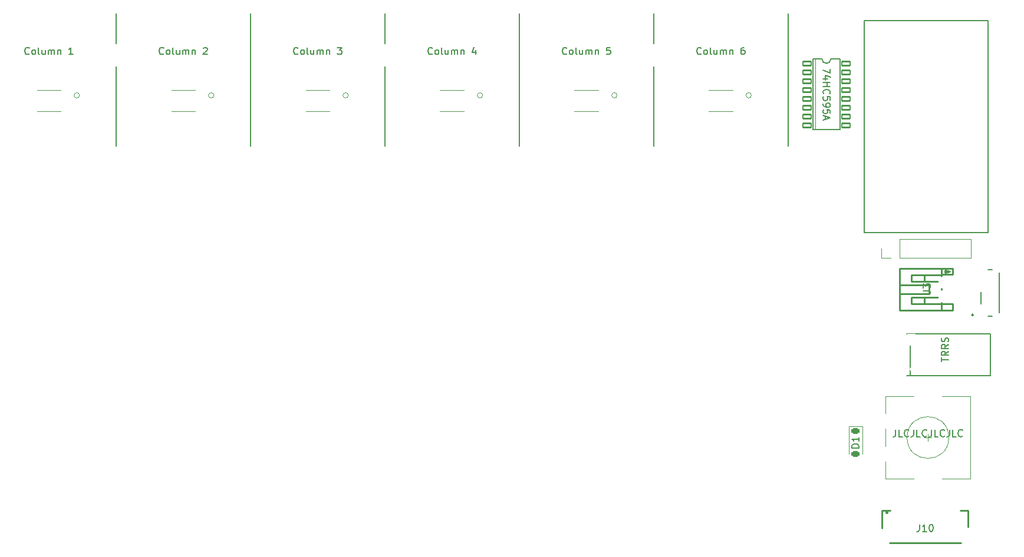
<source format=gto>
G04 #@! TF.GenerationSoftware,KiCad,Pcbnew,7.0.5*
G04 #@! TF.CreationDate,2024-01-21T02:42:58-08:00*
G04 #@! TF.ProjectId,Seismos_5CoreLShift,53656973-6d6f-4735-9f35-436f72654c53,rev?*
G04 #@! TF.SameCoordinates,Original*
G04 #@! TF.FileFunction,Legend,Top*
G04 #@! TF.FilePolarity,Positive*
%FSLAX46Y46*%
G04 Gerber Fmt 4.6, Leading zero omitted, Abs format (unit mm)*
G04 Created by KiCad (PCBNEW 7.0.5) date 2024-01-21 02:42:58*
%MOMM*%
%LPD*%
G01*
G04 APERTURE LIST*
G04 Aperture macros list*
%AMRoundRect*
0 Rectangle with rounded corners*
0 $1 Rounding radius*
0 $2 $3 $4 $5 $6 $7 $8 $9 X,Y pos of 4 corners*
0 Add a 4 corners polygon primitive as box body*
4,1,4,$2,$3,$4,$5,$6,$7,$8,$9,$2,$3,0*
0 Add four circle primitives for the rounded corners*
1,1,$1+$1,$2,$3*
1,1,$1+$1,$4,$5*
1,1,$1+$1,$6,$7*
1,1,$1+$1,$8,$9*
0 Add four rect primitives between the rounded corners*
20,1,$1+$1,$2,$3,$4,$5,0*
20,1,$1+$1,$4,$5,$6,$7,0*
20,1,$1+$1,$6,$7,$8,$9,0*
20,1,$1+$1,$8,$9,$2,$3,0*%
%AMFreePoly0*
4,1,6,0.600000,0.200000,0.000000,-0.400000,-0.600000,0.200000,-0.600000,0.400000,0.600000,0.400000,0.600000,0.200000,0.600000,0.200000,$1*%
%AMFreePoly1*
4,1,6,0.600000,-0.250000,-0.600000,-0.250000,-0.600000,1.000000,0.000000,0.400000,0.600000,1.000000,0.600000,-0.250000,0.600000,-0.250000,$1*%
G04 Aperture macros list end*
%ADD10C,0.150000*%
%ADD11C,0.120000*%
%ADD12C,0.254000*%
%ADD13C,0.127000*%
%ADD14C,0.250000*%
%ADD15C,0.152400*%
%ADD16C,0.050800*%
%ADD17C,1.200000*%
%ADD18O,2.500000X1.700000*%
%ADD19C,0.100000*%
%ADD20C,2.000000*%
%ADD21R,3.200000X2.000000*%
%ADD22R,1.803400X0.812800*%
%ADD23C,3.200000*%
%ADD24R,1.700000X1.700000*%
%ADD25O,1.700000X1.700000*%
%ADD26R,0.600000X1.700000*%
%ADD27R,1.200000X1.800000*%
%ADD28C,0.900000*%
%ADD29R,1.500000X0.700000*%
%ADD30R,0.800000X1.000000*%
%ADD31C,1.400000*%
%ADD32C,1.600000*%
%ADD33FreePoly0,270.000000*%
%ADD34FreePoly0,90.000000*%
%ADD35R,1.600000X1.600000*%
%ADD36FreePoly1,270.000000*%
%ADD37FreePoly1,90.000000*%
%ADD38RoundRect,0.225000X-0.375000X0.225000X-0.375000X-0.225000X0.375000X-0.225000X0.375000X0.225000X0*%
%ADD39RoundRect,0.102000X-0.600000X0.300000X-0.600000X-0.300000X0.600000X-0.300000X0.600000X0.300000X0*%
G04 APERTURE END LIST*
D10*
X87900000Y-20000000D02*
X87900000Y-39000000D01*
X107200000Y-20000000D02*
X107200000Y-39000000D01*
X49300000Y-20000000D02*
X49300000Y-39000000D01*
X126500000Y-20000000D02*
X126500000Y-39000000D01*
X145800000Y-20000000D02*
X145800000Y-39000000D01*
X68600000Y-20000000D02*
X68600000Y-39000000D01*
X161270951Y-79829819D02*
X161270951Y-80544104D01*
X161270951Y-80544104D02*
X161223332Y-80686961D01*
X161223332Y-80686961D02*
X161128094Y-80782200D01*
X161128094Y-80782200D02*
X160985237Y-80829819D01*
X160985237Y-80829819D02*
X160889999Y-80829819D01*
X162223332Y-80829819D02*
X161747142Y-80829819D01*
X161747142Y-80829819D02*
X161747142Y-79829819D01*
X163128094Y-80734580D02*
X163080475Y-80782200D01*
X163080475Y-80782200D02*
X162937618Y-80829819D01*
X162937618Y-80829819D02*
X162842380Y-80829819D01*
X162842380Y-80829819D02*
X162699523Y-80782200D01*
X162699523Y-80782200D02*
X162604285Y-80686961D01*
X162604285Y-80686961D02*
X162556666Y-80591723D01*
X162556666Y-80591723D02*
X162509047Y-80401247D01*
X162509047Y-80401247D02*
X162509047Y-80258390D01*
X162509047Y-80258390D02*
X162556666Y-80067914D01*
X162556666Y-80067914D02*
X162604285Y-79972676D01*
X162604285Y-79972676D02*
X162699523Y-79877438D01*
X162699523Y-79877438D02*
X162842380Y-79829819D01*
X162842380Y-79829819D02*
X162937618Y-79829819D01*
X162937618Y-79829819D02*
X163080475Y-79877438D01*
X163080475Y-79877438D02*
X163128094Y-79925057D01*
X163842380Y-79829819D02*
X163842380Y-80544104D01*
X163842380Y-80544104D02*
X163794761Y-80686961D01*
X163794761Y-80686961D02*
X163699523Y-80782200D01*
X163699523Y-80782200D02*
X163556666Y-80829819D01*
X163556666Y-80829819D02*
X163461428Y-80829819D01*
X164794761Y-80829819D02*
X164318571Y-80829819D01*
X164318571Y-80829819D02*
X164318571Y-79829819D01*
X165699523Y-80734580D02*
X165651904Y-80782200D01*
X165651904Y-80782200D02*
X165509047Y-80829819D01*
X165509047Y-80829819D02*
X165413809Y-80829819D01*
X165413809Y-80829819D02*
X165270952Y-80782200D01*
X165270952Y-80782200D02*
X165175714Y-80686961D01*
X165175714Y-80686961D02*
X165128095Y-80591723D01*
X165128095Y-80591723D02*
X165080476Y-80401247D01*
X165080476Y-80401247D02*
X165080476Y-80258390D01*
X165080476Y-80258390D02*
X165128095Y-80067914D01*
X165128095Y-80067914D02*
X165175714Y-79972676D01*
X165175714Y-79972676D02*
X165270952Y-79877438D01*
X165270952Y-79877438D02*
X165413809Y-79829819D01*
X165413809Y-79829819D02*
X165509047Y-79829819D01*
X165509047Y-79829819D02*
X165651904Y-79877438D01*
X165651904Y-79877438D02*
X165699523Y-79925057D01*
X166413809Y-79829819D02*
X166413809Y-80544104D01*
X166413809Y-80544104D02*
X166366190Y-80686961D01*
X166366190Y-80686961D02*
X166270952Y-80782200D01*
X166270952Y-80782200D02*
X166128095Y-80829819D01*
X166128095Y-80829819D02*
X166032857Y-80829819D01*
X167366190Y-80829819D02*
X166890000Y-80829819D01*
X166890000Y-80829819D02*
X166890000Y-79829819D01*
X168270952Y-80734580D02*
X168223333Y-80782200D01*
X168223333Y-80782200D02*
X168080476Y-80829819D01*
X168080476Y-80829819D02*
X167985238Y-80829819D01*
X167985238Y-80829819D02*
X167842381Y-80782200D01*
X167842381Y-80782200D02*
X167747143Y-80686961D01*
X167747143Y-80686961D02*
X167699524Y-80591723D01*
X167699524Y-80591723D02*
X167651905Y-80401247D01*
X167651905Y-80401247D02*
X167651905Y-80258390D01*
X167651905Y-80258390D02*
X167699524Y-80067914D01*
X167699524Y-80067914D02*
X167747143Y-79972676D01*
X167747143Y-79972676D02*
X167842381Y-79877438D01*
X167842381Y-79877438D02*
X167985238Y-79829819D01*
X167985238Y-79829819D02*
X168080476Y-79829819D01*
X168080476Y-79829819D02*
X168223333Y-79877438D01*
X168223333Y-79877438D02*
X168270952Y-79925057D01*
X168985238Y-79829819D02*
X168985238Y-80544104D01*
X168985238Y-80544104D02*
X168937619Y-80686961D01*
X168937619Y-80686961D02*
X168842381Y-80782200D01*
X168842381Y-80782200D02*
X168699524Y-80829819D01*
X168699524Y-80829819D02*
X168604286Y-80829819D01*
X169937619Y-80829819D02*
X169461429Y-80829819D01*
X169461429Y-80829819D02*
X169461429Y-79829819D01*
X170842381Y-80734580D02*
X170794762Y-80782200D01*
X170794762Y-80782200D02*
X170651905Y-80829819D01*
X170651905Y-80829819D02*
X170556667Y-80829819D01*
X170556667Y-80829819D02*
X170413810Y-80782200D01*
X170413810Y-80782200D02*
X170318572Y-80686961D01*
X170318572Y-80686961D02*
X170270953Y-80591723D01*
X170270953Y-80591723D02*
X170223334Y-80401247D01*
X170223334Y-80401247D02*
X170223334Y-80258390D01*
X170223334Y-80258390D02*
X170270953Y-80067914D01*
X170270953Y-80067914D02*
X170318572Y-79972676D01*
X170318572Y-79972676D02*
X170413810Y-79877438D01*
X170413810Y-79877438D02*
X170556667Y-79829819D01*
X170556667Y-79829819D02*
X170651905Y-79829819D01*
X170651905Y-79829819D02*
X170794762Y-79877438D01*
X170794762Y-79877438D02*
X170842381Y-79925057D01*
X94716666Y-25774580D02*
X94669047Y-25822200D01*
X94669047Y-25822200D02*
X94526190Y-25869819D01*
X94526190Y-25869819D02*
X94430952Y-25869819D01*
X94430952Y-25869819D02*
X94288095Y-25822200D01*
X94288095Y-25822200D02*
X94192857Y-25726961D01*
X94192857Y-25726961D02*
X94145238Y-25631723D01*
X94145238Y-25631723D02*
X94097619Y-25441247D01*
X94097619Y-25441247D02*
X94097619Y-25298390D01*
X94097619Y-25298390D02*
X94145238Y-25107914D01*
X94145238Y-25107914D02*
X94192857Y-25012676D01*
X94192857Y-25012676D02*
X94288095Y-24917438D01*
X94288095Y-24917438D02*
X94430952Y-24869819D01*
X94430952Y-24869819D02*
X94526190Y-24869819D01*
X94526190Y-24869819D02*
X94669047Y-24917438D01*
X94669047Y-24917438D02*
X94716666Y-24965057D01*
X95288095Y-25869819D02*
X95192857Y-25822200D01*
X95192857Y-25822200D02*
X95145238Y-25774580D01*
X95145238Y-25774580D02*
X95097619Y-25679342D01*
X95097619Y-25679342D02*
X95097619Y-25393628D01*
X95097619Y-25393628D02*
X95145238Y-25298390D01*
X95145238Y-25298390D02*
X95192857Y-25250771D01*
X95192857Y-25250771D02*
X95288095Y-25203152D01*
X95288095Y-25203152D02*
X95430952Y-25203152D01*
X95430952Y-25203152D02*
X95526190Y-25250771D01*
X95526190Y-25250771D02*
X95573809Y-25298390D01*
X95573809Y-25298390D02*
X95621428Y-25393628D01*
X95621428Y-25393628D02*
X95621428Y-25679342D01*
X95621428Y-25679342D02*
X95573809Y-25774580D01*
X95573809Y-25774580D02*
X95526190Y-25822200D01*
X95526190Y-25822200D02*
X95430952Y-25869819D01*
X95430952Y-25869819D02*
X95288095Y-25869819D01*
X96192857Y-25869819D02*
X96097619Y-25822200D01*
X96097619Y-25822200D02*
X96050000Y-25726961D01*
X96050000Y-25726961D02*
X96050000Y-24869819D01*
X97002381Y-25203152D02*
X97002381Y-25869819D01*
X96573810Y-25203152D02*
X96573810Y-25726961D01*
X96573810Y-25726961D02*
X96621429Y-25822200D01*
X96621429Y-25822200D02*
X96716667Y-25869819D01*
X96716667Y-25869819D02*
X96859524Y-25869819D01*
X96859524Y-25869819D02*
X96954762Y-25822200D01*
X96954762Y-25822200D02*
X97002381Y-25774580D01*
X97478572Y-25869819D02*
X97478572Y-25203152D01*
X97478572Y-25298390D02*
X97526191Y-25250771D01*
X97526191Y-25250771D02*
X97621429Y-25203152D01*
X97621429Y-25203152D02*
X97764286Y-25203152D01*
X97764286Y-25203152D02*
X97859524Y-25250771D01*
X97859524Y-25250771D02*
X97907143Y-25346009D01*
X97907143Y-25346009D02*
X97907143Y-25869819D01*
X97907143Y-25346009D02*
X97954762Y-25250771D01*
X97954762Y-25250771D02*
X98050000Y-25203152D01*
X98050000Y-25203152D02*
X98192857Y-25203152D01*
X98192857Y-25203152D02*
X98288096Y-25250771D01*
X98288096Y-25250771D02*
X98335715Y-25346009D01*
X98335715Y-25346009D02*
X98335715Y-25869819D01*
X98811905Y-25203152D02*
X98811905Y-25869819D01*
X98811905Y-25298390D02*
X98859524Y-25250771D01*
X98859524Y-25250771D02*
X98954762Y-25203152D01*
X98954762Y-25203152D02*
X99097619Y-25203152D01*
X99097619Y-25203152D02*
X99192857Y-25250771D01*
X99192857Y-25250771D02*
X99240476Y-25346009D01*
X99240476Y-25346009D02*
X99240476Y-25869819D01*
X100907143Y-25203152D02*
X100907143Y-25869819D01*
X100669048Y-24822200D02*
X100430953Y-25536485D01*
X100430953Y-25536485D02*
X101050000Y-25536485D01*
X56116666Y-25774580D02*
X56069047Y-25822200D01*
X56069047Y-25822200D02*
X55926190Y-25869819D01*
X55926190Y-25869819D02*
X55830952Y-25869819D01*
X55830952Y-25869819D02*
X55688095Y-25822200D01*
X55688095Y-25822200D02*
X55592857Y-25726961D01*
X55592857Y-25726961D02*
X55545238Y-25631723D01*
X55545238Y-25631723D02*
X55497619Y-25441247D01*
X55497619Y-25441247D02*
X55497619Y-25298390D01*
X55497619Y-25298390D02*
X55545238Y-25107914D01*
X55545238Y-25107914D02*
X55592857Y-25012676D01*
X55592857Y-25012676D02*
X55688095Y-24917438D01*
X55688095Y-24917438D02*
X55830952Y-24869819D01*
X55830952Y-24869819D02*
X55926190Y-24869819D01*
X55926190Y-24869819D02*
X56069047Y-24917438D01*
X56069047Y-24917438D02*
X56116666Y-24965057D01*
X56688095Y-25869819D02*
X56592857Y-25822200D01*
X56592857Y-25822200D02*
X56545238Y-25774580D01*
X56545238Y-25774580D02*
X56497619Y-25679342D01*
X56497619Y-25679342D02*
X56497619Y-25393628D01*
X56497619Y-25393628D02*
X56545238Y-25298390D01*
X56545238Y-25298390D02*
X56592857Y-25250771D01*
X56592857Y-25250771D02*
X56688095Y-25203152D01*
X56688095Y-25203152D02*
X56830952Y-25203152D01*
X56830952Y-25203152D02*
X56926190Y-25250771D01*
X56926190Y-25250771D02*
X56973809Y-25298390D01*
X56973809Y-25298390D02*
X57021428Y-25393628D01*
X57021428Y-25393628D02*
X57021428Y-25679342D01*
X57021428Y-25679342D02*
X56973809Y-25774580D01*
X56973809Y-25774580D02*
X56926190Y-25822200D01*
X56926190Y-25822200D02*
X56830952Y-25869819D01*
X56830952Y-25869819D02*
X56688095Y-25869819D01*
X57592857Y-25869819D02*
X57497619Y-25822200D01*
X57497619Y-25822200D02*
X57450000Y-25726961D01*
X57450000Y-25726961D02*
X57450000Y-24869819D01*
X58402381Y-25203152D02*
X58402381Y-25869819D01*
X57973810Y-25203152D02*
X57973810Y-25726961D01*
X57973810Y-25726961D02*
X58021429Y-25822200D01*
X58021429Y-25822200D02*
X58116667Y-25869819D01*
X58116667Y-25869819D02*
X58259524Y-25869819D01*
X58259524Y-25869819D02*
X58354762Y-25822200D01*
X58354762Y-25822200D02*
X58402381Y-25774580D01*
X58878572Y-25869819D02*
X58878572Y-25203152D01*
X58878572Y-25298390D02*
X58926191Y-25250771D01*
X58926191Y-25250771D02*
X59021429Y-25203152D01*
X59021429Y-25203152D02*
X59164286Y-25203152D01*
X59164286Y-25203152D02*
X59259524Y-25250771D01*
X59259524Y-25250771D02*
X59307143Y-25346009D01*
X59307143Y-25346009D02*
X59307143Y-25869819D01*
X59307143Y-25346009D02*
X59354762Y-25250771D01*
X59354762Y-25250771D02*
X59450000Y-25203152D01*
X59450000Y-25203152D02*
X59592857Y-25203152D01*
X59592857Y-25203152D02*
X59688096Y-25250771D01*
X59688096Y-25250771D02*
X59735715Y-25346009D01*
X59735715Y-25346009D02*
X59735715Y-25869819D01*
X60211905Y-25203152D02*
X60211905Y-25869819D01*
X60211905Y-25298390D02*
X60259524Y-25250771D01*
X60259524Y-25250771D02*
X60354762Y-25203152D01*
X60354762Y-25203152D02*
X60497619Y-25203152D01*
X60497619Y-25203152D02*
X60592857Y-25250771D01*
X60592857Y-25250771D02*
X60640476Y-25346009D01*
X60640476Y-25346009D02*
X60640476Y-25869819D01*
X61830953Y-24965057D02*
X61878572Y-24917438D01*
X61878572Y-24917438D02*
X61973810Y-24869819D01*
X61973810Y-24869819D02*
X62211905Y-24869819D01*
X62211905Y-24869819D02*
X62307143Y-24917438D01*
X62307143Y-24917438D02*
X62354762Y-24965057D01*
X62354762Y-24965057D02*
X62402381Y-25060295D01*
X62402381Y-25060295D02*
X62402381Y-25155533D01*
X62402381Y-25155533D02*
X62354762Y-25298390D01*
X62354762Y-25298390D02*
X61783334Y-25869819D01*
X61783334Y-25869819D02*
X62402381Y-25869819D01*
X133316666Y-25774580D02*
X133269047Y-25822200D01*
X133269047Y-25822200D02*
X133126190Y-25869819D01*
X133126190Y-25869819D02*
X133030952Y-25869819D01*
X133030952Y-25869819D02*
X132888095Y-25822200D01*
X132888095Y-25822200D02*
X132792857Y-25726961D01*
X132792857Y-25726961D02*
X132745238Y-25631723D01*
X132745238Y-25631723D02*
X132697619Y-25441247D01*
X132697619Y-25441247D02*
X132697619Y-25298390D01*
X132697619Y-25298390D02*
X132745238Y-25107914D01*
X132745238Y-25107914D02*
X132792857Y-25012676D01*
X132792857Y-25012676D02*
X132888095Y-24917438D01*
X132888095Y-24917438D02*
X133030952Y-24869819D01*
X133030952Y-24869819D02*
X133126190Y-24869819D01*
X133126190Y-24869819D02*
X133269047Y-24917438D01*
X133269047Y-24917438D02*
X133316666Y-24965057D01*
X133888095Y-25869819D02*
X133792857Y-25822200D01*
X133792857Y-25822200D02*
X133745238Y-25774580D01*
X133745238Y-25774580D02*
X133697619Y-25679342D01*
X133697619Y-25679342D02*
X133697619Y-25393628D01*
X133697619Y-25393628D02*
X133745238Y-25298390D01*
X133745238Y-25298390D02*
X133792857Y-25250771D01*
X133792857Y-25250771D02*
X133888095Y-25203152D01*
X133888095Y-25203152D02*
X134030952Y-25203152D01*
X134030952Y-25203152D02*
X134126190Y-25250771D01*
X134126190Y-25250771D02*
X134173809Y-25298390D01*
X134173809Y-25298390D02*
X134221428Y-25393628D01*
X134221428Y-25393628D02*
X134221428Y-25679342D01*
X134221428Y-25679342D02*
X134173809Y-25774580D01*
X134173809Y-25774580D02*
X134126190Y-25822200D01*
X134126190Y-25822200D02*
X134030952Y-25869819D01*
X134030952Y-25869819D02*
X133888095Y-25869819D01*
X134792857Y-25869819D02*
X134697619Y-25822200D01*
X134697619Y-25822200D02*
X134650000Y-25726961D01*
X134650000Y-25726961D02*
X134650000Y-24869819D01*
X135602381Y-25203152D02*
X135602381Y-25869819D01*
X135173810Y-25203152D02*
X135173810Y-25726961D01*
X135173810Y-25726961D02*
X135221429Y-25822200D01*
X135221429Y-25822200D02*
X135316667Y-25869819D01*
X135316667Y-25869819D02*
X135459524Y-25869819D01*
X135459524Y-25869819D02*
X135554762Y-25822200D01*
X135554762Y-25822200D02*
X135602381Y-25774580D01*
X136078572Y-25869819D02*
X136078572Y-25203152D01*
X136078572Y-25298390D02*
X136126191Y-25250771D01*
X136126191Y-25250771D02*
X136221429Y-25203152D01*
X136221429Y-25203152D02*
X136364286Y-25203152D01*
X136364286Y-25203152D02*
X136459524Y-25250771D01*
X136459524Y-25250771D02*
X136507143Y-25346009D01*
X136507143Y-25346009D02*
X136507143Y-25869819D01*
X136507143Y-25346009D02*
X136554762Y-25250771D01*
X136554762Y-25250771D02*
X136650000Y-25203152D01*
X136650000Y-25203152D02*
X136792857Y-25203152D01*
X136792857Y-25203152D02*
X136888096Y-25250771D01*
X136888096Y-25250771D02*
X136935715Y-25346009D01*
X136935715Y-25346009D02*
X136935715Y-25869819D01*
X137411905Y-25203152D02*
X137411905Y-25869819D01*
X137411905Y-25298390D02*
X137459524Y-25250771D01*
X137459524Y-25250771D02*
X137554762Y-25203152D01*
X137554762Y-25203152D02*
X137697619Y-25203152D01*
X137697619Y-25203152D02*
X137792857Y-25250771D01*
X137792857Y-25250771D02*
X137840476Y-25346009D01*
X137840476Y-25346009D02*
X137840476Y-25869819D01*
X139507143Y-24869819D02*
X139316667Y-24869819D01*
X139316667Y-24869819D02*
X139221429Y-24917438D01*
X139221429Y-24917438D02*
X139173810Y-24965057D01*
X139173810Y-24965057D02*
X139078572Y-25107914D01*
X139078572Y-25107914D02*
X139030953Y-25298390D01*
X139030953Y-25298390D02*
X139030953Y-25679342D01*
X139030953Y-25679342D02*
X139078572Y-25774580D01*
X139078572Y-25774580D02*
X139126191Y-25822200D01*
X139126191Y-25822200D02*
X139221429Y-25869819D01*
X139221429Y-25869819D02*
X139411905Y-25869819D01*
X139411905Y-25869819D02*
X139507143Y-25822200D01*
X139507143Y-25822200D02*
X139554762Y-25774580D01*
X139554762Y-25774580D02*
X139602381Y-25679342D01*
X139602381Y-25679342D02*
X139602381Y-25441247D01*
X139602381Y-25441247D02*
X139554762Y-25346009D01*
X139554762Y-25346009D02*
X139507143Y-25298390D01*
X139507143Y-25298390D02*
X139411905Y-25250771D01*
X139411905Y-25250771D02*
X139221429Y-25250771D01*
X139221429Y-25250771D02*
X139126191Y-25298390D01*
X139126191Y-25298390D02*
X139078572Y-25346009D01*
X139078572Y-25346009D02*
X139030953Y-25441247D01*
X75416666Y-25774580D02*
X75369047Y-25822200D01*
X75369047Y-25822200D02*
X75226190Y-25869819D01*
X75226190Y-25869819D02*
X75130952Y-25869819D01*
X75130952Y-25869819D02*
X74988095Y-25822200D01*
X74988095Y-25822200D02*
X74892857Y-25726961D01*
X74892857Y-25726961D02*
X74845238Y-25631723D01*
X74845238Y-25631723D02*
X74797619Y-25441247D01*
X74797619Y-25441247D02*
X74797619Y-25298390D01*
X74797619Y-25298390D02*
X74845238Y-25107914D01*
X74845238Y-25107914D02*
X74892857Y-25012676D01*
X74892857Y-25012676D02*
X74988095Y-24917438D01*
X74988095Y-24917438D02*
X75130952Y-24869819D01*
X75130952Y-24869819D02*
X75226190Y-24869819D01*
X75226190Y-24869819D02*
X75369047Y-24917438D01*
X75369047Y-24917438D02*
X75416666Y-24965057D01*
X75988095Y-25869819D02*
X75892857Y-25822200D01*
X75892857Y-25822200D02*
X75845238Y-25774580D01*
X75845238Y-25774580D02*
X75797619Y-25679342D01*
X75797619Y-25679342D02*
X75797619Y-25393628D01*
X75797619Y-25393628D02*
X75845238Y-25298390D01*
X75845238Y-25298390D02*
X75892857Y-25250771D01*
X75892857Y-25250771D02*
X75988095Y-25203152D01*
X75988095Y-25203152D02*
X76130952Y-25203152D01*
X76130952Y-25203152D02*
X76226190Y-25250771D01*
X76226190Y-25250771D02*
X76273809Y-25298390D01*
X76273809Y-25298390D02*
X76321428Y-25393628D01*
X76321428Y-25393628D02*
X76321428Y-25679342D01*
X76321428Y-25679342D02*
X76273809Y-25774580D01*
X76273809Y-25774580D02*
X76226190Y-25822200D01*
X76226190Y-25822200D02*
X76130952Y-25869819D01*
X76130952Y-25869819D02*
X75988095Y-25869819D01*
X76892857Y-25869819D02*
X76797619Y-25822200D01*
X76797619Y-25822200D02*
X76750000Y-25726961D01*
X76750000Y-25726961D02*
X76750000Y-24869819D01*
X77702381Y-25203152D02*
X77702381Y-25869819D01*
X77273810Y-25203152D02*
X77273810Y-25726961D01*
X77273810Y-25726961D02*
X77321429Y-25822200D01*
X77321429Y-25822200D02*
X77416667Y-25869819D01*
X77416667Y-25869819D02*
X77559524Y-25869819D01*
X77559524Y-25869819D02*
X77654762Y-25822200D01*
X77654762Y-25822200D02*
X77702381Y-25774580D01*
X78178572Y-25869819D02*
X78178572Y-25203152D01*
X78178572Y-25298390D02*
X78226191Y-25250771D01*
X78226191Y-25250771D02*
X78321429Y-25203152D01*
X78321429Y-25203152D02*
X78464286Y-25203152D01*
X78464286Y-25203152D02*
X78559524Y-25250771D01*
X78559524Y-25250771D02*
X78607143Y-25346009D01*
X78607143Y-25346009D02*
X78607143Y-25869819D01*
X78607143Y-25346009D02*
X78654762Y-25250771D01*
X78654762Y-25250771D02*
X78750000Y-25203152D01*
X78750000Y-25203152D02*
X78892857Y-25203152D01*
X78892857Y-25203152D02*
X78988096Y-25250771D01*
X78988096Y-25250771D02*
X79035715Y-25346009D01*
X79035715Y-25346009D02*
X79035715Y-25869819D01*
X79511905Y-25203152D02*
X79511905Y-25869819D01*
X79511905Y-25298390D02*
X79559524Y-25250771D01*
X79559524Y-25250771D02*
X79654762Y-25203152D01*
X79654762Y-25203152D02*
X79797619Y-25203152D01*
X79797619Y-25203152D02*
X79892857Y-25250771D01*
X79892857Y-25250771D02*
X79940476Y-25346009D01*
X79940476Y-25346009D02*
X79940476Y-25869819D01*
X81083334Y-24869819D02*
X81702381Y-24869819D01*
X81702381Y-24869819D02*
X81369048Y-25250771D01*
X81369048Y-25250771D02*
X81511905Y-25250771D01*
X81511905Y-25250771D02*
X81607143Y-25298390D01*
X81607143Y-25298390D02*
X81654762Y-25346009D01*
X81654762Y-25346009D02*
X81702381Y-25441247D01*
X81702381Y-25441247D02*
X81702381Y-25679342D01*
X81702381Y-25679342D02*
X81654762Y-25774580D01*
X81654762Y-25774580D02*
X81607143Y-25822200D01*
X81607143Y-25822200D02*
X81511905Y-25869819D01*
X81511905Y-25869819D02*
X81226191Y-25869819D01*
X81226191Y-25869819D02*
X81130953Y-25822200D01*
X81130953Y-25822200D02*
X81083334Y-25774580D01*
X36816666Y-25774580D02*
X36769047Y-25822200D01*
X36769047Y-25822200D02*
X36626190Y-25869819D01*
X36626190Y-25869819D02*
X36530952Y-25869819D01*
X36530952Y-25869819D02*
X36388095Y-25822200D01*
X36388095Y-25822200D02*
X36292857Y-25726961D01*
X36292857Y-25726961D02*
X36245238Y-25631723D01*
X36245238Y-25631723D02*
X36197619Y-25441247D01*
X36197619Y-25441247D02*
X36197619Y-25298390D01*
X36197619Y-25298390D02*
X36245238Y-25107914D01*
X36245238Y-25107914D02*
X36292857Y-25012676D01*
X36292857Y-25012676D02*
X36388095Y-24917438D01*
X36388095Y-24917438D02*
X36530952Y-24869819D01*
X36530952Y-24869819D02*
X36626190Y-24869819D01*
X36626190Y-24869819D02*
X36769047Y-24917438D01*
X36769047Y-24917438D02*
X36816666Y-24965057D01*
X37388095Y-25869819D02*
X37292857Y-25822200D01*
X37292857Y-25822200D02*
X37245238Y-25774580D01*
X37245238Y-25774580D02*
X37197619Y-25679342D01*
X37197619Y-25679342D02*
X37197619Y-25393628D01*
X37197619Y-25393628D02*
X37245238Y-25298390D01*
X37245238Y-25298390D02*
X37292857Y-25250771D01*
X37292857Y-25250771D02*
X37388095Y-25203152D01*
X37388095Y-25203152D02*
X37530952Y-25203152D01*
X37530952Y-25203152D02*
X37626190Y-25250771D01*
X37626190Y-25250771D02*
X37673809Y-25298390D01*
X37673809Y-25298390D02*
X37721428Y-25393628D01*
X37721428Y-25393628D02*
X37721428Y-25679342D01*
X37721428Y-25679342D02*
X37673809Y-25774580D01*
X37673809Y-25774580D02*
X37626190Y-25822200D01*
X37626190Y-25822200D02*
X37530952Y-25869819D01*
X37530952Y-25869819D02*
X37388095Y-25869819D01*
X38292857Y-25869819D02*
X38197619Y-25822200D01*
X38197619Y-25822200D02*
X38150000Y-25726961D01*
X38150000Y-25726961D02*
X38150000Y-24869819D01*
X39102381Y-25203152D02*
X39102381Y-25869819D01*
X38673810Y-25203152D02*
X38673810Y-25726961D01*
X38673810Y-25726961D02*
X38721429Y-25822200D01*
X38721429Y-25822200D02*
X38816667Y-25869819D01*
X38816667Y-25869819D02*
X38959524Y-25869819D01*
X38959524Y-25869819D02*
X39054762Y-25822200D01*
X39054762Y-25822200D02*
X39102381Y-25774580D01*
X39578572Y-25869819D02*
X39578572Y-25203152D01*
X39578572Y-25298390D02*
X39626191Y-25250771D01*
X39626191Y-25250771D02*
X39721429Y-25203152D01*
X39721429Y-25203152D02*
X39864286Y-25203152D01*
X39864286Y-25203152D02*
X39959524Y-25250771D01*
X39959524Y-25250771D02*
X40007143Y-25346009D01*
X40007143Y-25346009D02*
X40007143Y-25869819D01*
X40007143Y-25346009D02*
X40054762Y-25250771D01*
X40054762Y-25250771D02*
X40150000Y-25203152D01*
X40150000Y-25203152D02*
X40292857Y-25203152D01*
X40292857Y-25203152D02*
X40388096Y-25250771D01*
X40388096Y-25250771D02*
X40435715Y-25346009D01*
X40435715Y-25346009D02*
X40435715Y-25869819D01*
X40911905Y-25203152D02*
X40911905Y-25869819D01*
X40911905Y-25298390D02*
X40959524Y-25250771D01*
X40959524Y-25250771D02*
X41054762Y-25203152D01*
X41054762Y-25203152D02*
X41197619Y-25203152D01*
X41197619Y-25203152D02*
X41292857Y-25250771D01*
X41292857Y-25250771D02*
X41340476Y-25346009D01*
X41340476Y-25346009D02*
X41340476Y-25869819D01*
X43102381Y-25869819D02*
X42530953Y-25869819D01*
X42816667Y-25869819D02*
X42816667Y-24869819D01*
X42816667Y-24869819D02*
X42721429Y-25012676D01*
X42721429Y-25012676D02*
X42626191Y-25107914D01*
X42626191Y-25107914D02*
X42530953Y-25155533D01*
X114016666Y-25774580D02*
X113969047Y-25822200D01*
X113969047Y-25822200D02*
X113826190Y-25869819D01*
X113826190Y-25869819D02*
X113730952Y-25869819D01*
X113730952Y-25869819D02*
X113588095Y-25822200D01*
X113588095Y-25822200D02*
X113492857Y-25726961D01*
X113492857Y-25726961D02*
X113445238Y-25631723D01*
X113445238Y-25631723D02*
X113397619Y-25441247D01*
X113397619Y-25441247D02*
X113397619Y-25298390D01*
X113397619Y-25298390D02*
X113445238Y-25107914D01*
X113445238Y-25107914D02*
X113492857Y-25012676D01*
X113492857Y-25012676D02*
X113588095Y-24917438D01*
X113588095Y-24917438D02*
X113730952Y-24869819D01*
X113730952Y-24869819D02*
X113826190Y-24869819D01*
X113826190Y-24869819D02*
X113969047Y-24917438D01*
X113969047Y-24917438D02*
X114016666Y-24965057D01*
X114588095Y-25869819D02*
X114492857Y-25822200D01*
X114492857Y-25822200D02*
X114445238Y-25774580D01*
X114445238Y-25774580D02*
X114397619Y-25679342D01*
X114397619Y-25679342D02*
X114397619Y-25393628D01*
X114397619Y-25393628D02*
X114445238Y-25298390D01*
X114445238Y-25298390D02*
X114492857Y-25250771D01*
X114492857Y-25250771D02*
X114588095Y-25203152D01*
X114588095Y-25203152D02*
X114730952Y-25203152D01*
X114730952Y-25203152D02*
X114826190Y-25250771D01*
X114826190Y-25250771D02*
X114873809Y-25298390D01*
X114873809Y-25298390D02*
X114921428Y-25393628D01*
X114921428Y-25393628D02*
X114921428Y-25679342D01*
X114921428Y-25679342D02*
X114873809Y-25774580D01*
X114873809Y-25774580D02*
X114826190Y-25822200D01*
X114826190Y-25822200D02*
X114730952Y-25869819D01*
X114730952Y-25869819D02*
X114588095Y-25869819D01*
X115492857Y-25869819D02*
X115397619Y-25822200D01*
X115397619Y-25822200D02*
X115350000Y-25726961D01*
X115350000Y-25726961D02*
X115350000Y-24869819D01*
X116302381Y-25203152D02*
X116302381Y-25869819D01*
X115873810Y-25203152D02*
X115873810Y-25726961D01*
X115873810Y-25726961D02*
X115921429Y-25822200D01*
X115921429Y-25822200D02*
X116016667Y-25869819D01*
X116016667Y-25869819D02*
X116159524Y-25869819D01*
X116159524Y-25869819D02*
X116254762Y-25822200D01*
X116254762Y-25822200D02*
X116302381Y-25774580D01*
X116778572Y-25869819D02*
X116778572Y-25203152D01*
X116778572Y-25298390D02*
X116826191Y-25250771D01*
X116826191Y-25250771D02*
X116921429Y-25203152D01*
X116921429Y-25203152D02*
X117064286Y-25203152D01*
X117064286Y-25203152D02*
X117159524Y-25250771D01*
X117159524Y-25250771D02*
X117207143Y-25346009D01*
X117207143Y-25346009D02*
X117207143Y-25869819D01*
X117207143Y-25346009D02*
X117254762Y-25250771D01*
X117254762Y-25250771D02*
X117350000Y-25203152D01*
X117350000Y-25203152D02*
X117492857Y-25203152D01*
X117492857Y-25203152D02*
X117588096Y-25250771D01*
X117588096Y-25250771D02*
X117635715Y-25346009D01*
X117635715Y-25346009D02*
X117635715Y-25869819D01*
X118111905Y-25203152D02*
X118111905Y-25869819D01*
X118111905Y-25298390D02*
X118159524Y-25250771D01*
X118159524Y-25250771D02*
X118254762Y-25203152D01*
X118254762Y-25203152D02*
X118397619Y-25203152D01*
X118397619Y-25203152D02*
X118492857Y-25250771D01*
X118492857Y-25250771D02*
X118540476Y-25346009D01*
X118540476Y-25346009D02*
X118540476Y-25869819D01*
X120254762Y-24869819D02*
X119778572Y-24869819D01*
X119778572Y-24869819D02*
X119730953Y-25346009D01*
X119730953Y-25346009D02*
X119778572Y-25298390D01*
X119778572Y-25298390D02*
X119873810Y-25250771D01*
X119873810Y-25250771D02*
X120111905Y-25250771D01*
X120111905Y-25250771D02*
X120207143Y-25298390D01*
X120207143Y-25298390D02*
X120254762Y-25346009D01*
X120254762Y-25346009D02*
X120302381Y-25441247D01*
X120302381Y-25441247D02*
X120302381Y-25679342D01*
X120302381Y-25679342D02*
X120254762Y-25774580D01*
X120254762Y-25774580D02*
X120207143Y-25822200D01*
X120207143Y-25822200D02*
X120111905Y-25869819D01*
X120111905Y-25869819D02*
X119873810Y-25869819D01*
X119873810Y-25869819D02*
X119778572Y-25822200D01*
X119778572Y-25822200D02*
X119730953Y-25774580D01*
X167834819Y-70036904D02*
X167834819Y-69465476D01*
X168834819Y-69751190D02*
X167834819Y-69751190D01*
X168834819Y-68560714D02*
X168358628Y-68894047D01*
X168834819Y-69132142D02*
X167834819Y-69132142D01*
X167834819Y-69132142D02*
X167834819Y-68751190D01*
X167834819Y-68751190D02*
X167882438Y-68655952D01*
X167882438Y-68655952D02*
X167930057Y-68608333D01*
X167930057Y-68608333D02*
X168025295Y-68560714D01*
X168025295Y-68560714D02*
X168168152Y-68560714D01*
X168168152Y-68560714D02*
X168263390Y-68608333D01*
X168263390Y-68608333D02*
X168311009Y-68655952D01*
X168311009Y-68655952D02*
X168358628Y-68751190D01*
X168358628Y-68751190D02*
X168358628Y-69132142D01*
X168834819Y-67560714D02*
X168358628Y-67894047D01*
X168834819Y-68132142D02*
X167834819Y-68132142D01*
X167834819Y-68132142D02*
X167834819Y-67751190D01*
X167834819Y-67751190D02*
X167882438Y-67655952D01*
X167882438Y-67655952D02*
X167930057Y-67608333D01*
X167930057Y-67608333D02*
X168025295Y-67560714D01*
X168025295Y-67560714D02*
X168168152Y-67560714D01*
X168168152Y-67560714D02*
X168263390Y-67608333D01*
X168263390Y-67608333D02*
X168311009Y-67655952D01*
X168311009Y-67655952D02*
X168358628Y-67751190D01*
X168358628Y-67751190D02*
X168358628Y-68132142D01*
X168787200Y-67179761D02*
X168834819Y-67036904D01*
X168834819Y-67036904D02*
X168834819Y-66798809D01*
X168834819Y-66798809D02*
X168787200Y-66703571D01*
X168787200Y-66703571D02*
X168739580Y-66655952D01*
X168739580Y-66655952D02*
X168644342Y-66608333D01*
X168644342Y-66608333D02*
X168549104Y-66608333D01*
X168549104Y-66608333D02*
X168453866Y-66655952D01*
X168453866Y-66655952D02*
X168406247Y-66703571D01*
X168406247Y-66703571D02*
X168358628Y-66798809D01*
X168358628Y-66798809D02*
X168311009Y-66989285D01*
X168311009Y-66989285D02*
X168263390Y-67084523D01*
X168263390Y-67084523D02*
X168215771Y-67132142D01*
X168215771Y-67132142D02*
X168120533Y-67179761D01*
X168120533Y-67179761D02*
X168025295Y-67179761D01*
X168025295Y-67179761D02*
X167930057Y-67132142D01*
X167930057Y-67132142D02*
X167882438Y-67084523D01*
X167882438Y-67084523D02*
X167834819Y-66989285D01*
X167834819Y-66989285D02*
X167834819Y-66751190D01*
X167834819Y-66751190D02*
X167882438Y-66608333D01*
X167834819Y-70036904D02*
X167834819Y-69465476D01*
X168834819Y-69751190D02*
X167834819Y-69751190D01*
X168834819Y-68560714D02*
X168358628Y-68894047D01*
X168834819Y-69132142D02*
X167834819Y-69132142D01*
X167834819Y-69132142D02*
X167834819Y-68751190D01*
X167834819Y-68751190D02*
X167882438Y-68655952D01*
X167882438Y-68655952D02*
X167930057Y-68608333D01*
X167930057Y-68608333D02*
X168025295Y-68560714D01*
X168025295Y-68560714D02*
X168168152Y-68560714D01*
X168168152Y-68560714D02*
X168263390Y-68608333D01*
X168263390Y-68608333D02*
X168311009Y-68655952D01*
X168311009Y-68655952D02*
X168358628Y-68751190D01*
X168358628Y-68751190D02*
X168358628Y-69132142D01*
X168834819Y-67560714D02*
X168358628Y-67894047D01*
X168834819Y-68132142D02*
X167834819Y-68132142D01*
X167834819Y-68132142D02*
X167834819Y-67751190D01*
X167834819Y-67751190D02*
X167882438Y-67655952D01*
X167882438Y-67655952D02*
X167930057Y-67608333D01*
X167930057Y-67608333D02*
X168025295Y-67560714D01*
X168025295Y-67560714D02*
X168168152Y-67560714D01*
X168168152Y-67560714D02*
X168263390Y-67608333D01*
X168263390Y-67608333D02*
X168311009Y-67655952D01*
X168311009Y-67655952D02*
X168358628Y-67751190D01*
X168358628Y-67751190D02*
X168358628Y-68132142D01*
X168787200Y-67179761D02*
X168834819Y-67036904D01*
X168834819Y-67036904D02*
X168834819Y-66798809D01*
X168834819Y-66798809D02*
X168787200Y-66703571D01*
X168787200Y-66703571D02*
X168739580Y-66655952D01*
X168739580Y-66655952D02*
X168644342Y-66608333D01*
X168644342Y-66608333D02*
X168549104Y-66608333D01*
X168549104Y-66608333D02*
X168453866Y-66655952D01*
X168453866Y-66655952D02*
X168406247Y-66703571D01*
X168406247Y-66703571D02*
X168358628Y-66798809D01*
X168358628Y-66798809D02*
X168311009Y-66989285D01*
X168311009Y-66989285D02*
X168263390Y-67084523D01*
X168263390Y-67084523D02*
X168215771Y-67132142D01*
X168215771Y-67132142D02*
X168120533Y-67179761D01*
X168120533Y-67179761D02*
X168025295Y-67179761D01*
X168025295Y-67179761D02*
X167930057Y-67132142D01*
X167930057Y-67132142D02*
X167882438Y-67084523D01*
X167882438Y-67084523D02*
X167834819Y-66989285D01*
X167834819Y-66989285D02*
X167834819Y-66751190D01*
X167834819Y-66751190D02*
X167882438Y-66608333D01*
X164690476Y-93454819D02*
X164690476Y-94169104D01*
X164690476Y-94169104D02*
X164642857Y-94311961D01*
X164642857Y-94311961D02*
X164547619Y-94407200D01*
X164547619Y-94407200D02*
X164404762Y-94454819D01*
X164404762Y-94454819D02*
X164309524Y-94454819D01*
X165690476Y-94454819D02*
X165119048Y-94454819D01*
X165404762Y-94454819D02*
X165404762Y-93454819D01*
X165404762Y-93454819D02*
X165309524Y-93597676D01*
X165309524Y-93597676D02*
X165214286Y-93692914D01*
X165214286Y-93692914D02*
X165119048Y-93740533D01*
X166309524Y-93454819D02*
X166404762Y-93454819D01*
X166404762Y-93454819D02*
X166500000Y-93502438D01*
X166500000Y-93502438D02*
X166547619Y-93550057D01*
X166547619Y-93550057D02*
X166595238Y-93645295D01*
X166595238Y-93645295D02*
X166642857Y-93835771D01*
X166642857Y-93835771D02*
X166642857Y-94073866D01*
X166642857Y-94073866D02*
X166595238Y-94264342D01*
X166595238Y-94264342D02*
X166547619Y-94359580D01*
X166547619Y-94359580D02*
X166500000Y-94407200D01*
X166500000Y-94407200D02*
X166404762Y-94454819D01*
X166404762Y-94454819D02*
X166309524Y-94454819D01*
X166309524Y-94454819D02*
X166214286Y-94407200D01*
X166214286Y-94407200D02*
X166166667Y-94359580D01*
X166166667Y-94359580D02*
X166119048Y-94264342D01*
X166119048Y-94264342D02*
X166071429Y-94073866D01*
X166071429Y-94073866D02*
X166071429Y-93835771D01*
X166071429Y-93835771D02*
X166119048Y-93645295D01*
X166119048Y-93645295D02*
X166166667Y-93550057D01*
X166166667Y-93550057D02*
X166214286Y-93502438D01*
X166214286Y-93502438D02*
X166309524Y-93454819D01*
X165204819Y-60411904D02*
X166014342Y-60411904D01*
X166014342Y-60411904D02*
X166109580Y-60364285D01*
X166109580Y-60364285D02*
X166157200Y-60316666D01*
X166157200Y-60316666D02*
X166204819Y-60221428D01*
X166204819Y-60221428D02*
X166204819Y-60030952D01*
X166204819Y-60030952D02*
X166157200Y-59935714D01*
X166157200Y-59935714D02*
X166109580Y-59888095D01*
X166109580Y-59888095D02*
X166014342Y-59840476D01*
X166014342Y-59840476D02*
X165204819Y-59840476D01*
X165204819Y-59459523D02*
X165204819Y-58840476D01*
X165204819Y-58840476D02*
X165585771Y-59173809D01*
X165585771Y-59173809D02*
X165585771Y-59030952D01*
X165585771Y-59030952D02*
X165633390Y-58935714D01*
X165633390Y-58935714D02*
X165681009Y-58888095D01*
X165681009Y-58888095D02*
X165776247Y-58840476D01*
X165776247Y-58840476D02*
X166014342Y-58840476D01*
X166014342Y-58840476D02*
X166109580Y-58888095D01*
X166109580Y-58888095D02*
X166157200Y-58935714D01*
X166157200Y-58935714D02*
X166204819Y-59030952D01*
X166204819Y-59030952D02*
X166204819Y-59316666D01*
X166204819Y-59316666D02*
X166157200Y-59411904D01*
X166157200Y-59411904D02*
X166109580Y-59459523D01*
X155954819Y-82438094D02*
X154954819Y-82438094D01*
X154954819Y-82438094D02*
X154954819Y-82199999D01*
X154954819Y-82199999D02*
X155002438Y-82057142D01*
X155002438Y-82057142D02*
X155097676Y-81961904D01*
X155097676Y-81961904D02*
X155192914Y-81914285D01*
X155192914Y-81914285D02*
X155383390Y-81866666D01*
X155383390Y-81866666D02*
X155526247Y-81866666D01*
X155526247Y-81866666D02*
X155716723Y-81914285D01*
X155716723Y-81914285D02*
X155811961Y-81961904D01*
X155811961Y-81961904D02*
X155907200Y-82057142D01*
X155907200Y-82057142D02*
X155954819Y-82199999D01*
X155954819Y-82199999D02*
X155954819Y-82438094D01*
X155954819Y-80914285D02*
X155954819Y-81485713D01*
X155954819Y-81199999D02*
X154954819Y-81199999D01*
X154954819Y-81199999D02*
X155097676Y-81295237D01*
X155097676Y-81295237D02*
X155192914Y-81390475D01*
X155192914Y-81390475D02*
X155240533Y-81485713D01*
X151845180Y-27909524D02*
X151845180Y-28576190D01*
X151845180Y-28576190D02*
X150845180Y-28147619D01*
X151511847Y-29385714D02*
X150845180Y-29385714D01*
X151892800Y-29147619D02*
X151178514Y-28909524D01*
X151178514Y-28909524D02*
X151178514Y-29528571D01*
X150845180Y-29909524D02*
X151845180Y-29909524D01*
X151368990Y-29909524D02*
X151368990Y-30480952D01*
X150845180Y-30480952D02*
X151845180Y-30480952D01*
X150940419Y-31528571D02*
X150892800Y-31480952D01*
X150892800Y-31480952D02*
X150845180Y-31338095D01*
X150845180Y-31338095D02*
X150845180Y-31242857D01*
X150845180Y-31242857D02*
X150892800Y-31100000D01*
X150892800Y-31100000D02*
X150988038Y-31004762D01*
X150988038Y-31004762D02*
X151083276Y-30957143D01*
X151083276Y-30957143D02*
X151273752Y-30909524D01*
X151273752Y-30909524D02*
X151416609Y-30909524D01*
X151416609Y-30909524D02*
X151607085Y-30957143D01*
X151607085Y-30957143D02*
X151702323Y-31004762D01*
X151702323Y-31004762D02*
X151797561Y-31100000D01*
X151797561Y-31100000D02*
X151845180Y-31242857D01*
X151845180Y-31242857D02*
X151845180Y-31338095D01*
X151845180Y-31338095D02*
X151797561Y-31480952D01*
X151797561Y-31480952D02*
X151749942Y-31528571D01*
X151845180Y-32433333D02*
X151845180Y-31957143D01*
X151845180Y-31957143D02*
X151368990Y-31909524D01*
X151368990Y-31909524D02*
X151416609Y-31957143D01*
X151416609Y-31957143D02*
X151464228Y-32052381D01*
X151464228Y-32052381D02*
X151464228Y-32290476D01*
X151464228Y-32290476D02*
X151416609Y-32385714D01*
X151416609Y-32385714D02*
X151368990Y-32433333D01*
X151368990Y-32433333D02*
X151273752Y-32480952D01*
X151273752Y-32480952D02*
X151035657Y-32480952D01*
X151035657Y-32480952D02*
X150940419Y-32433333D01*
X150940419Y-32433333D02*
X150892800Y-32385714D01*
X150892800Y-32385714D02*
X150845180Y-32290476D01*
X150845180Y-32290476D02*
X150845180Y-32052381D01*
X150845180Y-32052381D02*
X150892800Y-31957143D01*
X150892800Y-31957143D02*
X150940419Y-31909524D01*
X150845180Y-32957143D02*
X150845180Y-33147619D01*
X150845180Y-33147619D02*
X150892800Y-33242857D01*
X150892800Y-33242857D02*
X150940419Y-33290476D01*
X150940419Y-33290476D02*
X151083276Y-33385714D01*
X151083276Y-33385714D02*
X151273752Y-33433333D01*
X151273752Y-33433333D02*
X151654704Y-33433333D01*
X151654704Y-33433333D02*
X151749942Y-33385714D01*
X151749942Y-33385714D02*
X151797561Y-33338095D01*
X151797561Y-33338095D02*
X151845180Y-33242857D01*
X151845180Y-33242857D02*
X151845180Y-33052381D01*
X151845180Y-33052381D02*
X151797561Y-32957143D01*
X151797561Y-32957143D02*
X151749942Y-32909524D01*
X151749942Y-32909524D02*
X151654704Y-32861905D01*
X151654704Y-32861905D02*
X151416609Y-32861905D01*
X151416609Y-32861905D02*
X151321371Y-32909524D01*
X151321371Y-32909524D02*
X151273752Y-32957143D01*
X151273752Y-32957143D02*
X151226133Y-33052381D01*
X151226133Y-33052381D02*
X151226133Y-33242857D01*
X151226133Y-33242857D02*
X151273752Y-33338095D01*
X151273752Y-33338095D02*
X151321371Y-33385714D01*
X151321371Y-33385714D02*
X151416609Y-33433333D01*
X151845180Y-34338095D02*
X151845180Y-33861905D01*
X151845180Y-33861905D02*
X151368990Y-33814286D01*
X151368990Y-33814286D02*
X151416609Y-33861905D01*
X151416609Y-33861905D02*
X151464228Y-33957143D01*
X151464228Y-33957143D02*
X151464228Y-34195238D01*
X151464228Y-34195238D02*
X151416609Y-34290476D01*
X151416609Y-34290476D02*
X151368990Y-34338095D01*
X151368990Y-34338095D02*
X151273752Y-34385714D01*
X151273752Y-34385714D02*
X151035657Y-34385714D01*
X151035657Y-34385714D02*
X150940419Y-34338095D01*
X150940419Y-34338095D02*
X150892800Y-34290476D01*
X150892800Y-34290476D02*
X150845180Y-34195238D01*
X150845180Y-34195238D02*
X150845180Y-33957143D01*
X150845180Y-33957143D02*
X150892800Y-33861905D01*
X150892800Y-33861905D02*
X150940419Y-33814286D01*
X151130895Y-34766667D02*
X151130895Y-35242857D01*
X150845180Y-34671429D02*
X151845180Y-35004762D01*
X151845180Y-35004762D02*
X150845180Y-35338095D01*
D11*
X171990000Y-86860000D02*
X171990000Y-75060000D01*
X167890000Y-86860000D02*
X171990000Y-86860000D01*
X167890000Y-75060000D02*
X171990000Y-75060000D01*
X166390000Y-80960000D02*
X165390000Y-80960000D01*
X165890000Y-81460000D02*
X165890000Y-80460000D01*
X163890000Y-86860000D02*
X159790000Y-86860000D01*
X159790000Y-86860000D02*
X159790000Y-84460000D01*
X159790000Y-82260000D02*
X159790000Y-79660000D01*
X159790000Y-77460000D02*
X159790000Y-75060000D01*
X159790000Y-75060000D02*
X163890000Y-75060000D01*
X168890000Y-80960000D02*
G75*
G03*
X168890000Y-80960000I-3000000J0D01*
G01*
D10*
X174830000Y-66025000D02*
X174830000Y-72025000D01*
X162830000Y-66025000D02*
X174830000Y-66025000D01*
X174830000Y-72025000D02*
X162830000Y-72025000D01*
X163330000Y-72025000D02*
X163330000Y-66025000D01*
D11*
X41377200Y-34024000D02*
X37922800Y-34024000D01*
X37922800Y-30976000D02*
X41377200Y-30976000D01*
X44031000Y-31750000D02*
G75*
G03*
X44031000Y-31750000I-381000J0D01*
G01*
X137877200Y-34024000D02*
X134422800Y-34024000D01*
X134422800Y-30976000D02*
X137877200Y-30976000D01*
X140531000Y-31750000D02*
G75*
G03*
X140531000Y-31750000I-381000J0D01*
G01*
X99277200Y-34024000D02*
X95822800Y-34024000D01*
X95822800Y-30976000D02*
X99277200Y-30976000D01*
X101931000Y-31750000D02*
G75*
G03*
X101931000Y-31750000I-381000J0D01*
G01*
X79977200Y-34024000D02*
X76522800Y-34024000D01*
X76522800Y-30976000D02*
X79977200Y-30976000D01*
X82631000Y-31750000D02*
G75*
G03*
X82631000Y-31750000I-381000J0D01*
G01*
X159226000Y-55096000D02*
X159226000Y-53766000D01*
X160556000Y-55096000D02*
X159226000Y-55096000D01*
X161826000Y-55096000D02*
X172046000Y-55096000D01*
X161826000Y-55096000D02*
X161826000Y-52436000D01*
X172046000Y-55096000D02*
X172046000Y-52436000D01*
X161826000Y-52436000D02*
X172046000Y-52436000D01*
D12*
X159300000Y-91422000D02*
X160469000Y-91422000D01*
X159300000Y-93962000D02*
X159300000Y-91422000D01*
X170531000Y-91422000D02*
X171640000Y-91422000D01*
X170608000Y-96100000D02*
X160392000Y-96100000D01*
X171640000Y-91422000D02*
X171640000Y-93859000D01*
X160125000Y-91740000D02*
G75*
G03*
X160125000Y-91740000I-125000J0D01*
G01*
D13*
X175100000Y-63482000D02*
X174500000Y-63482000D01*
X176100000Y-63032000D02*
X176100000Y-57232000D01*
X173500000Y-61732000D02*
X173500000Y-60032000D01*
X174500000Y-56782000D02*
X175100000Y-56782000D01*
D14*
X172400000Y-63332000D02*
G75*
G03*
X172400000Y-63332000I-100000J0D01*
G01*
D12*
X161800500Y-62632000D02*
X161800500Y-56632000D01*
X167800500Y-62632000D02*
X161800500Y-62632000D01*
X167800500Y-62632000D02*
X169400500Y-62632000D01*
X167800500Y-62632000D02*
X167800500Y-61529000D01*
X169400500Y-62632000D02*
X169400500Y-61732000D01*
X163500500Y-61732000D02*
X163500500Y-60782000D01*
X165400500Y-61732000D02*
X165400500Y-60782000D01*
X167800500Y-61732000D02*
X163500500Y-61732000D01*
X169400500Y-61732000D02*
X167800500Y-61732000D01*
X163500500Y-60782000D02*
X167800500Y-60782000D01*
X161800500Y-60332000D02*
X161799500Y-60331000D01*
X161799500Y-60331000D02*
X166051500Y-60331000D01*
X166051500Y-60331000D02*
X166051500Y-58982000D01*
X167800500Y-59735000D02*
X167800500Y-59529000D01*
X166051500Y-58982000D02*
X161799500Y-58982000D01*
X163500500Y-58507000D02*
X163500500Y-57557000D01*
X165400500Y-58507000D02*
X165400500Y-57557000D01*
X167800500Y-58507000D02*
X163500500Y-58507000D01*
X167800500Y-57735000D02*
X167800500Y-56632000D01*
X163500500Y-57557000D02*
X167800500Y-57557000D01*
X169400500Y-57532000D02*
X167800500Y-57532000D01*
X168300500Y-57232000D02*
X168300500Y-56932000D01*
X169000500Y-57082000D02*
X168300500Y-57232000D01*
X168300500Y-56932000D02*
X169000500Y-57082000D01*
X161800500Y-56632000D02*
X167800500Y-56632000D01*
X167800500Y-56632000D02*
X169400500Y-56632000D01*
X169400500Y-56632000D02*
X169400500Y-57532000D01*
D10*
X174526000Y-21016000D02*
X174526000Y-51496000D01*
X156746000Y-21016000D02*
X174526000Y-21016000D01*
X156746000Y-21016000D02*
X156746000Y-51496000D01*
X174526000Y-51496000D02*
X156746000Y-51496000D01*
D11*
X118577200Y-34024000D02*
X115122800Y-34024000D01*
X115122800Y-30976000D02*
X118577200Y-30976000D01*
X121231000Y-31750000D02*
G75*
G03*
X121231000Y-31750000I-381000J0D01*
G01*
X156500000Y-79340000D02*
X154500000Y-79340000D01*
X156500000Y-79340000D02*
X156500000Y-83350000D01*
X154500000Y-79340000D02*
X154500000Y-83350000D01*
X60677200Y-34024000D02*
X57222800Y-34024000D01*
X57222800Y-30976000D02*
X60677200Y-30976000D01*
X63331000Y-31750000D02*
G75*
G03*
X63331000Y-31750000I-381000J0D01*
G01*
D15*
X151935000Y-26520000D02*
X153255800Y-26520000D01*
D16*
X149699800Y-26520000D02*
X149699800Y-36680000D01*
D15*
X149344200Y-26520000D02*
X150665000Y-26520000D01*
X149344200Y-26520000D02*
X149344200Y-36680000D01*
X153255800Y-36680000D02*
X153255800Y-26520000D01*
X149344200Y-36680000D02*
X153255800Y-36680000D01*
X150665000Y-26520000D02*
G75*
G03*
X151935000Y-26520000I635000J0D01*
G01*
D17*
X173330000Y-67275000D03*
X166330000Y-67275000D03*
X173330000Y-69025000D03*
X166330000Y-69025000D03*
D18*
X164530000Y-71125000D03*
X168530000Y-71125000D03*
X171530000Y-71125000D03*
X163530000Y-66925000D03*
%LPC*%
D14*
X166523000Y-22286000D02*
G75*
G03*
X166523000Y-22286000I-125000J0D01*
G01*
X164999000Y-22286000D02*
G75*
G03*
X164999000Y-22286000I-125000J0D01*
G01*
X166523000Y-24826000D02*
G75*
G03*
X166523000Y-24826000I-125000J0D01*
G01*
X164999000Y-24826000D02*
G75*
G03*
X164999000Y-24826000I-125000J0D01*
G01*
X166523000Y-27366000D02*
G75*
G03*
X166523000Y-27366000I-125000J0D01*
G01*
X164999000Y-27366000D02*
G75*
G03*
X164999000Y-27366000I-125000J0D01*
G01*
X166523000Y-29906000D02*
G75*
G03*
X166523000Y-29906000I-125000J0D01*
G01*
X164999000Y-29906000D02*
G75*
G03*
X164999000Y-29906000I-125000J0D01*
G01*
X166523000Y-32446000D02*
G75*
G03*
X166523000Y-32446000I-125000J0D01*
G01*
X164999000Y-32446000D02*
G75*
G03*
X164999000Y-32446000I-125000J0D01*
G01*
X166523000Y-34986000D02*
G75*
G03*
X166523000Y-34986000I-125000J0D01*
G01*
X164999000Y-34986000D02*
G75*
G03*
X164999000Y-34986000I-125000J0D01*
G01*
X166523000Y-37526000D02*
G75*
G03*
X166523000Y-37526000I-125000J0D01*
G01*
X164999000Y-37526000D02*
G75*
G03*
X164999000Y-37526000I-125000J0D01*
G01*
X166523000Y-40066000D02*
G75*
G03*
X166523000Y-40066000I-125000J0D01*
G01*
X164999000Y-40066000D02*
G75*
G03*
X164999000Y-40066000I-125000J0D01*
G01*
X166523000Y-42606000D02*
G75*
G03*
X166523000Y-42606000I-125000J0D01*
G01*
X164999000Y-42606000D02*
G75*
G03*
X164999000Y-42606000I-125000J0D01*
G01*
X166523000Y-45146000D02*
G75*
G03*
X166523000Y-45146000I-125000J0D01*
G01*
X164999000Y-45146000D02*
G75*
G03*
X164999000Y-45146000I-125000J0D01*
G01*
X166523000Y-47686000D02*
G75*
G03*
X166523000Y-47686000I-125000J0D01*
G01*
X164999000Y-47686000D02*
G75*
G03*
X164999000Y-47686000I-125000J0D01*
G01*
X166523000Y-50226000D02*
G75*
G03*
X166523000Y-50226000I-125000J0D01*
G01*
X164999000Y-50226000D02*
G75*
G03*
X164999000Y-50226000I-125000J0D01*
G01*
D19*
X160556000Y-22794000D02*
X159540000Y-22794000D01*
X159540000Y-21778000D01*
X160556000Y-21778000D01*
X160556000Y-22794000D01*
G36*
X160556000Y-22794000D02*
G01*
X159540000Y-22794000D01*
X159540000Y-21778000D01*
X160556000Y-21778000D01*
X160556000Y-22794000D01*
G37*
X171732000Y-22794000D02*
X170716000Y-22794000D01*
X170716000Y-21778000D01*
X171732000Y-21778000D01*
X171732000Y-22794000D01*
G36*
X171732000Y-22794000D02*
G01*
X170716000Y-22794000D01*
X170716000Y-21778000D01*
X171732000Y-21778000D01*
X171732000Y-22794000D01*
G37*
X160556000Y-25334000D02*
X159540000Y-25334000D01*
X159540000Y-24318000D01*
X160556000Y-24318000D01*
X160556000Y-25334000D01*
G36*
X160556000Y-25334000D02*
G01*
X159540000Y-25334000D01*
X159540000Y-24318000D01*
X160556000Y-24318000D01*
X160556000Y-25334000D01*
G37*
X171732000Y-25334000D02*
X170716000Y-25334000D01*
X170716000Y-24318000D01*
X171732000Y-24318000D01*
X171732000Y-25334000D01*
G36*
X171732000Y-25334000D02*
G01*
X170716000Y-25334000D01*
X170716000Y-24318000D01*
X171732000Y-24318000D01*
X171732000Y-25334000D01*
G37*
X160556000Y-27874000D02*
X159540000Y-27874000D01*
X159540000Y-26858000D01*
X160556000Y-26858000D01*
X160556000Y-27874000D01*
G36*
X160556000Y-27874000D02*
G01*
X159540000Y-27874000D01*
X159540000Y-26858000D01*
X160556000Y-26858000D01*
X160556000Y-27874000D01*
G37*
X171732000Y-27874000D02*
X170716000Y-27874000D01*
X170716000Y-26858000D01*
X171732000Y-26858000D01*
X171732000Y-27874000D01*
G36*
X171732000Y-27874000D02*
G01*
X170716000Y-27874000D01*
X170716000Y-26858000D01*
X171732000Y-26858000D01*
X171732000Y-27874000D01*
G37*
X160556000Y-30414000D02*
X159540000Y-30414000D01*
X159540000Y-29398000D01*
X160556000Y-29398000D01*
X160556000Y-30414000D01*
G36*
X160556000Y-30414000D02*
G01*
X159540000Y-30414000D01*
X159540000Y-29398000D01*
X160556000Y-29398000D01*
X160556000Y-30414000D01*
G37*
X171732000Y-30414000D02*
X170716000Y-30414000D01*
X170716000Y-29398000D01*
X171732000Y-29398000D01*
X171732000Y-30414000D01*
G36*
X171732000Y-30414000D02*
G01*
X170716000Y-30414000D01*
X170716000Y-29398000D01*
X171732000Y-29398000D01*
X171732000Y-30414000D01*
G37*
X160556000Y-32954000D02*
X159540000Y-32954000D01*
X159540000Y-31938000D01*
X160556000Y-31938000D01*
X160556000Y-32954000D01*
G36*
X160556000Y-32954000D02*
G01*
X159540000Y-32954000D01*
X159540000Y-31938000D01*
X160556000Y-31938000D01*
X160556000Y-32954000D01*
G37*
X171732000Y-32954000D02*
X170716000Y-32954000D01*
X170716000Y-31938000D01*
X171732000Y-31938000D01*
X171732000Y-32954000D01*
G36*
X171732000Y-32954000D02*
G01*
X170716000Y-32954000D01*
X170716000Y-31938000D01*
X171732000Y-31938000D01*
X171732000Y-32954000D01*
G37*
X160556000Y-35494000D02*
X159540000Y-35494000D01*
X159540000Y-34478000D01*
X160556000Y-34478000D01*
X160556000Y-35494000D01*
G36*
X160556000Y-35494000D02*
G01*
X159540000Y-35494000D01*
X159540000Y-34478000D01*
X160556000Y-34478000D01*
X160556000Y-35494000D01*
G37*
X171732000Y-35494000D02*
X170716000Y-35494000D01*
X170716000Y-34478000D01*
X171732000Y-34478000D01*
X171732000Y-35494000D01*
G36*
X171732000Y-35494000D02*
G01*
X170716000Y-35494000D01*
X170716000Y-34478000D01*
X171732000Y-34478000D01*
X171732000Y-35494000D01*
G37*
X160556000Y-38034000D02*
X159540000Y-38034000D01*
X159540000Y-37018000D01*
X160556000Y-37018000D01*
X160556000Y-38034000D01*
G36*
X160556000Y-38034000D02*
G01*
X159540000Y-38034000D01*
X159540000Y-37018000D01*
X160556000Y-37018000D01*
X160556000Y-38034000D01*
G37*
X171732000Y-38034000D02*
X170716000Y-38034000D01*
X170716000Y-37018000D01*
X171732000Y-37018000D01*
X171732000Y-38034000D01*
G36*
X171732000Y-38034000D02*
G01*
X170716000Y-38034000D01*
X170716000Y-37018000D01*
X171732000Y-37018000D01*
X171732000Y-38034000D01*
G37*
X160556000Y-40574000D02*
X159540000Y-40574000D01*
X159540000Y-39558000D01*
X160556000Y-39558000D01*
X160556000Y-40574000D01*
G36*
X160556000Y-40574000D02*
G01*
X159540000Y-40574000D01*
X159540000Y-39558000D01*
X160556000Y-39558000D01*
X160556000Y-40574000D01*
G37*
X171732000Y-40574000D02*
X170716000Y-40574000D01*
X170716000Y-39558000D01*
X171732000Y-39558000D01*
X171732000Y-40574000D01*
G36*
X171732000Y-40574000D02*
G01*
X170716000Y-40574000D01*
X170716000Y-39558000D01*
X171732000Y-39558000D01*
X171732000Y-40574000D01*
G37*
X160556000Y-43114000D02*
X159540000Y-43114000D01*
X159540000Y-42098000D01*
X160556000Y-42098000D01*
X160556000Y-43114000D01*
G36*
X160556000Y-43114000D02*
G01*
X159540000Y-43114000D01*
X159540000Y-42098000D01*
X160556000Y-42098000D01*
X160556000Y-43114000D01*
G37*
X171732000Y-43114000D02*
X170716000Y-43114000D01*
X170716000Y-42098000D01*
X171732000Y-42098000D01*
X171732000Y-43114000D01*
G36*
X171732000Y-43114000D02*
G01*
X170716000Y-43114000D01*
X170716000Y-42098000D01*
X171732000Y-42098000D01*
X171732000Y-43114000D01*
G37*
X160556000Y-45654000D02*
X159540000Y-45654000D01*
X159540000Y-44638000D01*
X160556000Y-44638000D01*
X160556000Y-45654000D01*
G36*
X160556000Y-45654000D02*
G01*
X159540000Y-45654000D01*
X159540000Y-44638000D01*
X160556000Y-44638000D01*
X160556000Y-45654000D01*
G37*
X171732000Y-45654000D02*
X170716000Y-45654000D01*
X170716000Y-44638000D01*
X171732000Y-44638000D01*
X171732000Y-45654000D01*
G36*
X171732000Y-45654000D02*
G01*
X170716000Y-45654000D01*
X170716000Y-44638000D01*
X171732000Y-44638000D01*
X171732000Y-45654000D01*
G37*
X160556000Y-48194000D02*
X159540000Y-48194000D01*
X159540000Y-47178000D01*
X160556000Y-47178000D01*
X160556000Y-48194000D01*
G36*
X160556000Y-48194000D02*
G01*
X159540000Y-48194000D01*
X159540000Y-47178000D01*
X160556000Y-47178000D01*
X160556000Y-48194000D01*
G37*
X171732000Y-48194000D02*
X170716000Y-48194000D01*
X170716000Y-47178000D01*
X171732000Y-47178000D01*
X171732000Y-48194000D01*
G36*
X171732000Y-48194000D02*
G01*
X170716000Y-48194000D01*
X170716000Y-47178000D01*
X171732000Y-47178000D01*
X171732000Y-48194000D01*
G37*
X160556000Y-50734000D02*
X159540000Y-50734000D01*
X159540000Y-49718000D01*
X160556000Y-49718000D01*
X160556000Y-50734000D01*
G36*
X160556000Y-50734000D02*
G01*
X159540000Y-50734000D01*
X159540000Y-49718000D01*
X160556000Y-49718000D01*
X160556000Y-50734000D01*
G37*
X171732000Y-50734000D02*
X170716000Y-50734000D01*
X170716000Y-49718000D01*
X171732000Y-49718000D01*
X171732000Y-50734000D01*
G36*
X171732000Y-50734000D02*
G01*
X170716000Y-50734000D01*
X170716000Y-49718000D01*
X171732000Y-49718000D01*
X171732000Y-50734000D01*
G37*
D20*
X173390000Y-83460000D03*
X173390000Y-78460000D03*
X173390000Y-80960000D03*
D21*
X165890000Y-86560000D03*
X165890000Y-75360000D03*
D20*
X158890000Y-78460000D03*
X158890000Y-83460000D03*
D17*
X173330000Y-67275000D03*
X166330000Y-67275000D03*
X173330000Y-69025000D03*
X166330000Y-69025000D03*
D18*
X164530000Y-71125000D03*
X168530000Y-71125000D03*
X171530000Y-71125000D03*
X163530000Y-66925000D03*
D22*
X37148100Y-33249300D03*
X37148100Y-31750700D03*
X42151900Y-31750700D03*
X42151900Y-33249300D03*
X133648100Y-33249300D03*
X133648100Y-31750700D03*
X138651900Y-31750700D03*
X138651900Y-33249300D03*
X95048100Y-33249300D03*
X95048100Y-31750700D03*
X100051900Y-31750700D03*
X100051900Y-33249300D03*
X75748100Y-33249300D03*
X75748100Y-31750700D03*
X80751900Y-31750700D03*
X80751900Y-33249300D03*
D23*
X156000000Y-64750000D03*
X87900000Y-26000000D03*
D24*
X160556000Y-53766000D03*
D25*
X163096000Y-53766000D03*
X165636000Y-53766000D03*
X168176000Y-53766000D03*
X170716000Y-53766000D03*
D26*
X161000000Y-91114000D03*
X162000000Y-91114000D03*
X163000000Y-91115000D03*
X164000000Y-91115000D03*
X165000000Y-91115000D03*
X166000000Y-91115000D03*
X167000000Y-91115000D03*
X168000000Y-91115000D03*
X169000000Y-91115000D03*
X170000000Y-91115000D03*
D27*
X159700000Y-94990000D03*
X171300000Y-94990000D03*
D28*
X174800000Y-61632000D03*
X174800000Y-58632000D03*
D29*
X173050000Y-59382000D03*
D30*
X173835000Y-63782000D03*
X175765000Y-63782000D03*
X173835000Y-56482000D03*
X175765000Y-56482000D03*
D29*
X173050000Y-57882000D03*
X173050000Y-62382000D03*
D23*
X49300000Y-26000000D03*
D31*
X168050500Y-58632000D03*
X168050500Y-60632000D03*
D23*
X126500000Y-26000000D03*
D32*
X173256000Y-22286000D03*
D33*
X171478000Y-22286000D03*
D34*
X159794000Y-22286000D03*
D32*
X158016000Y-22286000D03*
D35*
X158016000Y-22286000D03*
D32*
X173256000Y-24826000D03*
D33*
X171478000Y-24826000D03*
D34*
X159794000Y-24826000D03*
D32*
X158016000Y-24826000D03*
X173256000Y-27366000D03*
D33*
X171478000Y-27366000D03*
D34*
X159794000Y-27366000D03*
D32*
X158016000Y-27366000D03*
X173256000Y-29906000D03*
D33*
X171478000Y-29906000D03*
D34*
X159794000Y-29906000D03*
D32*
X158016000Y-29906000D03*
X173256000Y-32446000D03*
D33*
X171478000Y-32446000D03*
D34*
X159794000Y-32446000D03*
D32*
X158016000Y-32446000D03*
X173256000Y-34986000D03*
D33*
X171478000Y-34986000D03*
D34*
X159794000Y-34986000D03*
D32*
X158016000Y-34986000D03*
X173256000Y-37526000D03*
D33*
X171478000Y-37526000D03*
D34*
X159794000Y-37526000D03*
D32*
X158016000Y-37526000D03*
X173256000Y-40066000D03*
D33*
X171478000Y-40066000D03*
D34*
X159794000Y-40066000D03*
D32*
X158016000Y-40066000D03*
X173256000Y-42606000D03*
D33*
X171478000Y-42606000D03*
D34*
X159794000Y-42606000D03*
D32*
X158016000Y-42606000D03*
X173256000Y-45146000D03*
D33*
X171478000Y-45146000D03*
D34*
X159794000Y-45146000D03*
D32*
X158016000Y-45146000D03*
X173256000Y-47686000D03*
D33*
X171478000Y-47686000D03*
D34*
X159794000Y-47686000D03*
D32*
X158016000Y-47686000D03*
X173256000Y-50226000D03*
D33*
X171478000Y-50226000D03*
D34*
X159794000Y-50226000D03*
D32*
X158016000Y-50226000D03*
D36*
X170462000Y-22286000D03*
X170462000Y-24826000D03*
X170462000Y-27366000D03*
X170462000Y-29906000D03*
X170462000Y-32446000D03*
X170462000Y-34986000D03*
X170462000Y-37526000D03*
X170462000Y-40066000D03*
X170462000Y-42606000D03*
X170462000Y-45146000D03*
X170462000Y-47686000D03*
X170462000Y-50226000D03*
D37*
X160810000Y-50226000D03*
X160810000Y-47686000D03*
X160810000Y-45146000D03*
X160810000Y-42606000D03*
X160810000Y-40066000D03*
X160810000Y-37526000D03*
X160810000Y-34986000D03*
X160810000Y-32446000D03*
X160810000Y-29906000D03*
X160810000Y-27366000D03*
X160810000Y-24826000D03*
X160810000Y-22286000D03*
D22*
X114348100Y-33249300D03*
X114348100Y-31750700D03*
X119351900Y-31750700D03*
X119351900Y-33249300D03*
D23*
X154500000Y-92500000D03*
D38*
X155500000Y-80050000D03*
X155500000Y-83350000D03*
D22*
X56448100Y-33249300D03*
X56448100Y-31750700D03*
X61451900Y-31750700D03*
X61451900Y-33249300D03*
D39*
X148500000Y-27155000D03*
X148500000Y-28425000D03*
X148500000Y-29695000D03*
X148500000Y-30965000D03*
X148500000Y-32235000D03*
X148500000Y-33505000D03*
X148500000Y-34775000D03*
X148500000Y-36045000D03*
X154100000Y-36045000D03*
X154100000Y-34775000D03*
X154100000Y-33505000D03*
X154100000Y-32235000D03*
X154100000Y-30965000D03*
X154100000Y-29695000D03*
X154100000Y-28425000D03*
X154100000Y-27155000D03*
D28*
X151287500Y-24449500D03*
X151287500Y-21649500D03*
%LPD*%
M02*

</source>
